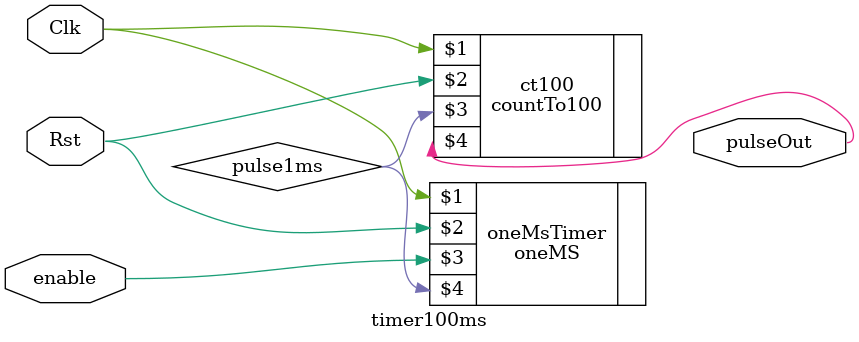
<source format=v>
module timer100ms(Clk, Rst, enable, pulseOut);
   input Clk, Rst, enable;
   output pulseOut;

   wire pulse1ms;

   oneMS oneMsTimer(Clk, Rst, enable, pulse1ms);
   countTo100 ct100(Clk, Rst, pulse1ms, pulseOut);

endmodule

</source>
